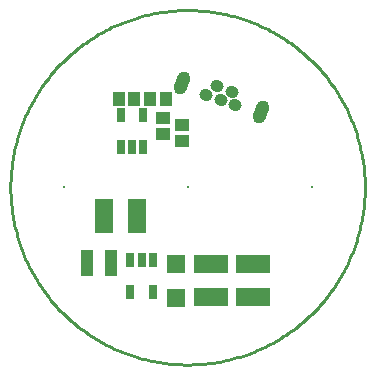
<source format=gts>
G04*
G04 #@! TF.GenerationSoftware,Altium Limited,Altium Designer,22.0.2 (36)*
G04*
G04 Layer_Color=8388736*
%FSLAX25Y25*%
%MOIN*%
G70*
G04*
G04 #@! TF.SameCoordinates,1EF7E0F6-051E-4D54-85AB-B994BD640D93*
G04*
G04*
G04 #@! TF.FilePolarity,Negative*
G04*
G01*
G75*
%ADD13C,0.01000*%
%ADD14R,0.04147X0.04540*%
%ADD15R,0.04737X0.04343*%
%ADD16R,0.02965X0.04737*%
%ADD17R,0.06312X0.05918*%
%ADD18R,0.03950X0.08674*%
%ADD19R,0.11430X0.05918*%
%ADD20R,0.05918X0.11430*%
G04:AMPARAMS|DCode=21|XSize=79.5mil|YSize=43.75mil|CornerRadius=0mil|HoleSize=0mil|Usage=FLASHONLY|Rotation=250.000|XOffset=0mil|YOffset=0mil|HoleType=Round|Shape=Round|*
%AMOVALD21*
21,1,0.03575,0.04375,0.00000,0.00000,250.0*
1,1,0.04375,0.00611,0.01680*
1,1,0.04375,-0.00611,-0.01680*
%
%ADD21OVALD21*%

G04:AMPARAMS|DCode=22|XSize=45.4mil|YSize=39.5mil|CornerRadius=0mil|HoleSize=0mil|Usage=FLASHONLY|Rotation=340.000|XOffset=0mil|YOffset=0mil|HoleType=Round|Shape=Round|*
%AMOVALD22*
21,1,0.00591,0.03950,0.00000,0.00000,340.0*
1,1,0.03950,-0.00278,0.00101*
1,1,0.03950,0.00278,-0.00101*
%
%ADD22OVALD22*%

%ADD23C,0.00800*%
D13*
X59055Y0D02*
X59047Y1000D01*
X59021Y2000D01*
X58979Y2999D01*
X58920Y3997D01*
X58843Y4995D01*
X58750Y5991D01*
X58641Y6985D01*
X58514Y7977D01*
X58371Y8967D01*
X58210Y9954D01*
X58033Y10938D01*
X57840Y11919D01*
X57630Y12897D01*
X57403Y13871D01*
X57160Y14841D01*
X56900Y15807D01*
X56624Y16769D01*
X56332Y17725D01*
X56024Y18677D01*
X55700Y19623D01*
X55359Y20563D01*
X55003Y21498D01*
X54631Y22426D01*
X54244Y23348D01*
X53841Y24263D01*
X53422Y25172D01*
X52988Y26073D01*
X52539Y26966D01*
X52075Y27852D01*
X51595Y28730D01*
X51101Y29600D01*
X50593Y30461D01*
X50070Y31313D01*
X49532Y32157D01*
X48981Y32991D01*
X48415Y33816D01*
X47835Y34631D01*
X47242Y35436D01*
X46635Y36231D01*
X46015Y37015D01*
X45381Y37789D01*
X44735Y38552D01*
X44076Y39305D01*
X43404Y40045D01*
X42719Y40775D01*
X42023Y41492D01*
X41314Y42198D01*
X40593Y42892D01*
X39861Y43573D01*
X39118Y44242D01*
X38363Y44898D01*
X37597Y45541D01*
X36820Y46171D01*
X36033Y46788D01*
X35236Y47392D01*
X34428Y47982D01*
X33610Y48558D01*
X32783Y49120D01*
X31947Y49668D01*
X31101Y50202D01*
X30246Y50721D01*
X29383Y51226D01*
X28511Y51717D01*
X27631Y52192D01*
X26744Y52653D01*
X25848Y53098D01*
X24945Y53528D01*
X24035Y53943D01*
X23118Y54342D01*
X22195Y54726D01*
X21264Y55094D01*
X20328Y55446D01*
X19387Y55782D01*
X18439Y56103D01*
X17486Y56407D01*
X16529Y56695D01*
X15566Y56967D01*
X14599Y57222D01*
X13628Y57461D01*
X12653Y57684D01*
X11674Y57890D01*
X10692Y58079D01*
X9707Y58252D01*
X8719Y58408D01*
X7729Y58547D01*
X6736Y58670D01*
X5742Y58775D01*
X4746Y58864D01*
X3748Y58936D01*
X2749Y58991D01*
X1750Y59029D01*
X750Y59050D01*
X-250Y59055D01*
X-1250Y59042D01*
X-2250Y59012D01*
X-3249Y58966D01*
X-4247Y58902D01*
X-5244Y58822D01*
X-6239Y58725D01*
X-7233Y58610D01*
X-8224Y58480D01*
X-9214Y58332D01*
X-10200Y58167D01*
X-11184Y57986D01*
X-12164Y57789D01*
X-13141Y57574D01*
X-14114Y57344D01*
X-15083Y57096D01*
X-16048Y56833D01*
X-17008Y56553D01*
X-17964Y56257D01*
X-18914Y55944D01*
X-19858Y55616D01*
X-20797Y55272D01*
X-21731Y54912D01*
X-22657Y54536D01*
X-23578Y54144D01*
X-24491Y53737D01*
X-25398Y53315D01*
X-26297Y52877D01*
X-27189Y52424D01*
X-28073Y51956D01*
X-28948Y51473D01*
X-29816Y50976D01*
X-30675Y50463D01*
X-31525Y49937D01*
X-32366Y49396D01*
X-33198Y48840D01*
X-34021Y48271D01*
X-34833Y47688D01*
X-35636Y47091D01*
X-36428Y46481D01*
X-37210Y45858D01*
X-37981Y45221D01*
X-38742Y44571D01*
X-39491Y43909D01*
X-40229Y43234D01*
X-40955Y42546D01*
X-41670Y41846D01*
X-42373Y41135D01*
X-43063Y40411D01*
X-43741Y39676D01*
X-44407Y38930D01*
X-45060Y38172D01*
X-45700Y37404D01*
X-46327Y36624D01*
X-46940Y35835D01*
X-47541Y35034D01*
X-48127Y34224D01*
X-48700Y33404D01*
X-49258Y32575D01*
X-49803Y31736D01*
X-50333Y30888D01*
X-50849Y30031D01*
X-51350Y29166D01*
X-51837Y28292D01*
X-52309Y27410D01*
X-52765Y26520D01*
X-53207Y25623D01*
X-53633Y24718D01*
X-54044Y23806D01*
X-54440Y22888D01*
X-54819Y21962D01*
X-55183Y21031D01*
X-55532Y20093D01*
X-55864Y19150D01*
X-56180Y18201D01*
X-56480Y17247D01*
X-56764Y16288D01*
X-57032Y15325D01*
X-57284Y14357D01*
X-57518Y13384D01*
X-57737Y12408D01*
X-57939Y11429D01*
X-58124Y10446D01*
X-58293Y9460D01*
X-58444Y8472D01*
X-58579Y7481D01*
X-58698Y6488D01*
X-58799Y5493D01*
X-58884Y4496D01*
X-58951Y3498D01*
X-59002Y2499D01*
X-59036Y1500D01*
X-59053Y500D01*
X-59053Y-500D01*
X-59036Y-1500D01*
X-59002Y-2500D01*
X-58951Y-3499D01*
X-58884Y-4497D01*
X-58799Y-5493D01*
X-58698Y-6488D01*
X-58579Y-7481D01*
X-58444Y-8472D01*
X-58292Y-9461D01*
X-58124Y-10447D01*
X-57938Y-11429D01*
X-57737Y-12409D01*
X-57518Y-13385D01*
X-57283Y-14357D01*
X-57032Y-15325D01*
X-56764Y-16289D01*
X-56480Y-17248D01*
X-56180Y-18202D01*
X-55864Y-19151D01*
X-55532Y-20094D01*
X-55183Y-21031D01*
X-54819Y-21963D01*
X-54439Y-22888D01*
X-54044Y-23807D01*
X-53633Y-24719D01*
X-53207Y-25623D01*
X-52765Y-26521D01*
X-52308Y-27411D01*
X-51837Y-28292D01*
X-51350Y-29166D01*
X-50849Y-30032D01*
X-50333Y-30889D01*
X-49803Y-31736D01*
X-49258Y-32575D01*
X-48699Y-33405D01*
X-48127Y-34225D01*
X-47540Y-35035D01*
X-46940Y-35835D01*
X-46326Y-36625D01*
X-45700Y-37404D01*
X-45059Y-38173D01*
X-44407Y-38930D01*
X-43741Y-39677D01*
X-43063Y-40412D01*
X-42372Y-41135D01*
X-41669Y-41847D01*
X-40955Y-42546D01*
X-40229Y-43234D01*
X-39491Y-43909D01*
X-38741Y-44572D01*
X-37981Y-45221D01*
X-37210Y-45858D01*
X-36428Y-46481D01*
X-35635Y-47092D01*
X-34833Y-47688D01*
X-34020Y-48272D01*
X-33198Y-48841D01*
X-32366Y-49396D01*
X-31525Y-49937D01*
X-30674Y-50464D01*
X-29816Y-50976D01*
X-28948Y-51473D01*
X-28072Y-51956D01*
X-27188Y-52424D01*
X-26296Y-52877D01*
X-25397Y-53315D01*
X-24491Y-53737D01*
X-23577Y-54145D01*
X-22657Y-54536D01*
X-21730Y-54912D01*
X-20797Y-55272D01*
X-19858Y-55616D01*
X-18913Y-55945D01*
X-17963Y-56257D01*
X-17008Y-56553D01*
X-16048Y-56833D01*
X-15083Y-57097D01*
X-14114Y-57344D01*
X-13141Y-57575D01*
X-12164Y-57789D01*
X-11183Y-57986D01*
X-10200Y-58168D01*
X-9213Y-58332D01*
X-8224Y-58480D01*
X-7232Y-58611D01*
X-6239Y-58725D01*
X-5244Y-58822D01*
X-4247Y-58902D01*
X-3249Y-58966D01*
X-2249Y-59012D01*
X-1250Y-59042D01*
X-250Y-59055D01*
X750Y-59050D01*
X1750Y-59029D01*
X2750Y-58991D01*
X3748Y-58936D01*
X4746Y-58864D01*
X5742Y-58775D01*
X6736Y-58670D01*
X7729Y-58547D01*
X8719Y-58408D01*
X9707Y-58252D01*
X10692Y-58079D01*
X11674Y-57890D01*
X12653Y-57684D01*
X13628Y-57461D01*
X14599Y-57222D01*
X15566Y-56967D01*
X16529Y-56695D01*
X17486Y-56407D01*
X18439Y-56103D01*
X19387Y-55782D01*
X20328Y-55446D01*
X21264Y-55094D01*
X22195Y-54726D01*
X23118Y-54342D01*
X24035Y-53943D01*
X24945Y-53528D01*
X25848Y-53098D01*
X26744Y-52653D01*
X27631Y-52192D01*
X28511Y-51717D01*
X29383Y-51227D01*
X30246Y-50722D01*
X31101Y-50202D01*
X31947Y-49668D01*
X32783Y-49120D01*
X33610Y-48558D01*
X34428Y-47982D01*
X35235Y-47392D01*
X36033Y-46788D01*
X36820Y-46171D01*
X37597Y-45541D01*
X38363Y-44898D01*
X39117Y-44242D01*
X39861Y-43573D01*
X40593Y-42892D01*
X41314Y-42198D01*
X42022Y-41493D01*
X42719Y-40775D01*
X43403Y-40046D01*
X44075Y-39305D01*
X44735Y-38553D01*
X45381Y-37790D01*
X46014Y-37016D01*
X46635Y-36231D01*
X47242Y-35436D01*
X47835Y-34631D01*
X48415Y-33816D01*
X48980Y-32991D01*
X49532Y-32157D01*
X50069Y-31314D01*
X50593Y-30461D01*
X51101Y-29600D01*
X51595Y-28731D01*
X52074Y-27853D01*
X52539Y-26967D01*
X52988Y-26073D01*
X53422Y-25172D01*
X53840Y-24264D01*
X54243Y-23349D01*
X54631Y-22427D01*
X55003Y-21498D01*
X55359Y-20564D01*
X55699Y-19623D01*
X56024Y-18677D01*
X56332Y-17726D01*
X56624Y-16769D01*
X56900Y-15808D01*
X57160Y-14842D01*
X57403Y-13872D01*
X57629Y-12898D01*
X57840Y-11920D01*
X58033Y-10939D01*
X58210Y-9955D01*
X58370Y-8967D01*
X58514Y-7978D01*
X58640Y-6986D01*
X58750Y-5991D01*
X58843Y-4996D01*
X58920Y-3999D01*
X58979Y-3000D01*
X59021Y-2001D01*
X59047Y-1001D01*
X59055Y-1D01*
Y0D01*
D14*
X-17913Y29528D02*
D03*
X-23031D02*
D03*
X-12402D02*
D03*
X-7283D02*
D03*
D15*
X-1969Y20768D02*
D03*
Y15453D02*
D03*
X-8268Y17815D02*
D03*
Y23130D02*
D03*
D16*
X-22244Y24213D02*
D03*
X-14764D02*
D03*
Y13583D02*
D03*
X-18504D02*
D03*
X-22244D02*
D03*
X-11614Y-24213D02*
D03*
X-15354D02*
D03*
X-19094D02*
D03*
Y-34843D02*
D03*
X-11614D02*
D03*
D17*
X-3937Y-36811D02*
D03*
Y-25394D02*
D03*
D18*
X-25591Y-25197D02*
D03*
X-33465D02*
D03*
D19*
X7874Y-36614D02*
D03*
Y-25591D02*
D03*
X21654Y-36614D02*
D03*
Y-25591D02*
D03*
D20*
X-27953Y-9449D02*
D03*
X-16929D02*
D03*
D21*
X24546Y25134D02*
D03*
X-1906Y34762D02*
D03*
D22*
X15833Y27383D02*
D03*
X14775Y31958D02*
D03*
X11024Y29134D02*
D03*
X9965Y33709D02*
D03*
X6214Y30884D02*
D03*
D23*
X41339Y0D02*
D03*
X-41339D02*
D03*
X0D02*
D03*
M02*

</source>
